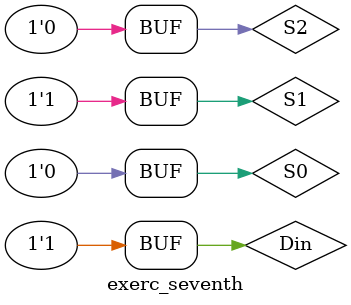
<source format=v>
module exerc_seventh;

reg Din;
reg S0;
reg S1;
reg S2;


wire y0,y1,y2,y3,y4,y5,y6,y7;


  demux18 mux2 ( .Din(Din), .S0(S0), .S1(S1), .S2(S2), .y0(y0), .y1(y1), .y2(y2), .y3(y3), .y4(y4), .y5(y5), .y6(y6), .y7(y7));
  
initial begin
  $dumpfile("dump.vcd"); 
   $dumpvars;
  

Din = 0;
S0 = 0;
S1 = 0;
S2 = 0;

#10;
Din = 1;
S0 = 0;
S1 = 1;
S2 = 0;

#10;

end
endmodule
</source>
